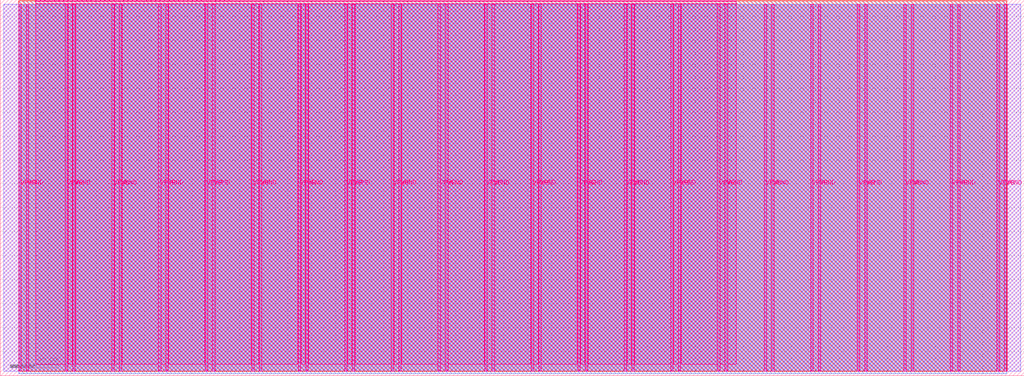
<source format=lef>
VERSION 5.7 ;
  NOWIREEXTENSIONATPIN ON ;
  DIVIDERCHAR "/" ;
  BUSBITCHARS "[]" ;
MACRO tt_um_neural_navigators
  CLASS BLOCK ;
  FOREIGN tt_um_neural_navigators ;
  ORIGIN 0.000 0.000 ;
  SIZE 854.400 BY 313.740 ;
  PIN VGND
    DIRECTION INOUT ;
    USE GROUND ;
    PORT
      LAYER Metal5 ;
        RECT 21.580 3.560 23.780 310.180 ;
    END
    PORT
      LAYER Metal5 ;
        RECT 60.450 3.560 62.650 310.180 ;
    END
    PORT
      LAYER Metal5 ;
        RECT 99.320 3.560 101.520 310.180 ;
    END
    PORT
      LAYER Metal5 ;
        RECT 138.190 3.560 140.390 310.180 ;
    END
    PORT
      LAYER Metal5 ;
        RECT 177.060 3.560 179.260 310.180 ;
    END
    PORT
      LAYER Metal5 ;
        RECT 215.930 3.560 218.130 310.180 ;
    END
    PORT
      LAYER Metal5 ;
        RECT 254.800 3.560 257.000 310.180 ;
    END
    PORT
      LAYER Metal5 ;
        RECT 293.670 3.560 295.870 310.180 ;
    END
    PORT
      LAYER Metal5 ;
        RECT 332.540 3.560 334.740 310.180 ;
    END
    PORT
      LAYER Metal5 ;
        RECT 371.410 3.560 373.610 310.180 ;
    END
    PORT
      LAYER Metal5 ;
        RECT 410.280 3.560 412.480 310.180 ;
    END
    PORT
      LAYER Metal5 ;
        RECT 449.150 3.560 451.350 310.180 ;
    END
    PORT
      LAYER Metal5 ;
        RECT 488.020 3.560 490.220 310.180 ;
    END
    PORT
      LAYER Metal5 ;
        RECT 526.890 3.560 529.090 310.180 ;
    END
    PORT
      LAYER Metal5 ;
        RECT 565.760 3.560 567.960 310.180 ;
    END
    PORT
      LAYER Metal5 ;
        RECT 604.630 3.560 606.830 310.180 ;
    END
    PORT
      LAYER Metal5 ;
        RECT 643.500 3.560 645.700 310.180 ;
    END
    PORT
      LAYER Metal5 ;
        RECT 682.370 3.560 684.570 310.180 ;
    END
    PORT
      LAYER Metal5 ;
        RECT 721.240 3.560 723.440 310.180 ;
    END
    PORT
      LAYER Metal5 ;
        RECT 760.110 3.560 762.310 310.180 ;
    END
    PORT
      LAYER Metal5 ;
        RECT 798.980 3.560 801.180 310.180 ;
    END
    PORT
      LAYER Metal5 ;
        RECT 837.850 3.560 840.050 310.180 ;
    END
  END VGND
  PIN VPWR
    DIRECTION INOUT ;
    USE POWER ;
    PORT
      LAYER Metal5 ;
        RECT 15.380 3.560 17.580 310.180 ;
    END
    PORT
      LAYER Metal5 ;
        RECT 54.250 3.560 56.450 310.180 ;
    END
    PORT
      LAYER Metal5 ;
        RECT 93.120 3.560 95.320 310.180 ;
    END
    PORT
      LAYER Metal5 ;
        RECT 131.990 3.560 134.190 310.180 ;
    END
    PORT
      LAYER Metal5 ;
        RECT 170.860 3.560 173.060 310.180 ;
    END
    PORT
      LAYER Metal5 ;
        RECT 209.730 3.560 211.930 310.180 ;
    END
    PORT
      LAYER Metal5 ;
        RECT 248.600 3.560 250.800 310.180 ;
    END
    PORT
      LAYER Metal5 ;
        RECT 287.470 3.560 289.670 310.180 ;
    END
    PORT
      LAYER Metal5 ;
        RECT 326.340 3.560 328.540 310.180 ;
    END
    PORT
      LAYER Metal5 ;
        RECT 365.210 3.560 367.410 310.180 ;
    END
    PORT
      LAYER Metal5 ;
        RECT 404.080 3.560 406.280 310.180 ;
    END
    PORT
      LAYER Metal5 ;
        RECT 442.950 3.560 445.150 310.180 ;
    END
    PORT
      LAYER Metal5 ;
        RECT 481.820 3.560 484.020 310.180 ;
    END
    PORT
      LAYER Metal5 ;
        RECT 520.690 3.560 522.890 310.180 ;
    END
    PORT
      LAYER Metal5 ;
        RECT 559.560 3.560 561.760 310.180 ;
    END
    PORT
      LAYER Metal5 ;
        RECT 598.430 3.560 600.630 310.180 ;
    END
    PORT
      LAYER Metal5 ;
        RECT 637.300 3.560 639.500 310.180 ;
    END
    PORT
      LAYER Metal5 ;
        RECT 676.170 3.560 678.370 310.180 ;
    END
    PORT
      LAYER Metal5 ;
        RECT 715.040 3.560 717.240 310.180 ;
    END
    PORT
      LAYER Metal5 ;
        RECT 753.910 3.560 756.110 310.180 ;
    END
    PORT
      LAYER Metal5 ;
        RECT 792.780 3.560 794.980 310.180 ;
    END
    PORT
      LAYER Metal5 ;
        RECT 831.650 3.560 833.850 310.180 ;
    END
  END VPWR
  PIN clk
    DIRECTION INPUT ;
    USE SIGNAL ;
    ANTENNAGATEAREA 7.727200 ;
    ANTENNADIFFAREA 24.184799 ;
    PORT
      LAYER Metal5 ;
        RECT 187.050 312.740 187.350 313.740 ;
    END
  END clk
  PIN ena
    DIRECTION INPUT ;
    USE SIGNAL ;
    PORT
      LAYER Metal5 ;
        RECT 190.890 312.740 191.190 313.740 ;
    END
  END ena
  PIN rst_n
    DIRECTION INPUT ;
    USE SIGNAL ;
    ANTENNAGATEAREA 0.938600 ;
    PORT
      LAYER Metal5 ;
        RECT 183.210 312.740 183.510 313.740 ;
    END
  END rst_n
  PIN ui_in[0]
    DIRECTION INPUT ;
    USE SIGNAL ;
    ANTENNAGATEAREA 0.314600 ;
    PORT
      LAYER Metal5 ;
        RECT 179.370 312.740 179.670 313.740 ;
    END
  END ui_in[0]
  PIN ui_in[1]
    DIRECTION INPUT ;
    USE SIGNAL ;
    ANTENNAGATEAREA 0.314600 ;
    PORT
      LAYER Metal5 ;
        RECT 175.530 312.740 175.830 313.740 ;
    END
  END ui_in[1]
  PIN ui_in[2]
    DIRECTION INPUT ;
    USE SIGNAL ;
    ANTENNAGATEAREA 0.314600 ;
    PORT
      LAYER Metal5 ;
        RECT 171.690 312.740 171.990 313.740 ;
    END
  END ui_in[2]
  PIN ui_in[3]
    DIRECTION INPUT ;
    USE SIGNAL ;
    ANTENNAGATEAREA 0.725400 ;
    PORT
      LAYER Metal5 ;
        RECT 167.850 312.740 168.150 313.740 ;
    END
  END ui_in[3]
  PIN ui_in[4]
    DIRECTION INPUT ;
    USE SIGNAL ;
    ANTENNAGATEAREA 0.725400 ;
    PORT
      LAYER Metal5 ;
        RECT 164.010 312.740 164.310 313.740 ;
    END
  END ui_in[4]
  PIN ui_in[5]
    DIRECTION INPUT ;
    USE SIGNAL ;
    ANTENNAGATEAREA 0.213200 ;
    PORT
      LAYER Metal5 ;
        RECT 160.170 312.740 160.470 313.740 ;
    END
  END ui_in[5]
  PIN ui_in[6]
    DIRECTION INPUT ;
    USE SIGNAL ;
    ANTENNAGATEAREA 0.213200 ;
    PORT
      LAYER Metal5 ;
        RECT 156.330 312.740 156.630 313.740 ;
    END
  END ui_in[6]
  PIN ui_in[7]
    DIRECTION INPUT ;
    USE SIGNAL ;
    ANTENNAGATEAREA 0.314600 ;
    PORT
      LAYER Metal5 ;
        RECT 152.490 312.740 152.790 313.740 ;
    END
  END ui_in[7]
  PIN uio_in[0]
    DIRECTION INPUT ;
    USE SIGNAL ;
    ANTENNAGATEAREA 0.213200 ;
    PORT
      LAYER Metal5 ;
        RECT 148.650 312.740 148.950 313.740 ;
    END
  END uio_in[0]
  PIN uio_in[1]
    DIRECTION INPUT ;
    USE SIGNAL ;
    ANTENNAGATEAREA 0.639600 ;
    PORT
      LAYER Metal5 ;
        RECT 144.810 312.740 145.110 313.740 ;
    END
  END uio_in[1]
  PIN uio_in[2]
    DIRECTION INPUT ;
    USE SIGNAL ;
    ANTENNAGATEAREA 0.639600 ;
    PORT
      LAYER Metal5 ;
        RECT 140.970 312.740 141.270 313.740 ;
    END
  END uio_in[2]
  PIN uio_in[3]
    DIRECTION INPUT ;
    USE SIGNAL ;
    ANTENNAGATEAREA 0.314600 ;
    PORT
      LAYER Metal5 ;
        RECT 137.130 312.740 137.430 313.740 ;
    END
  END uio_in[3]
  PIN uio_in[4]
    DIRECTION INPUT ;
    USE SIGNAL ;
    ANTENNAGATEAREA 0.314600 ;
    PORT
      LAYER Metal5 ;
        RECT 133.290 312.740 133.590 313.740 ;
    END
  END uio_in[4]
  PIN uio_in[5]
    DIRECTION INPUT ;
    USE SIGNAL ;
    ANTENNAGATEAREA 0.213200 ;
    PORT
      LAYER Metal5 ;
        RECT 129.450 312.740 129.750 313.740 ;
    END
  END uio_in[5]
  PIN uio_in[6]
    DIRECTION INPUT ;
    USE SIGNAL ;
    ANTENNAGATEAREA 2.038400 ;
    ANTENNADIFFAREA 6.046200 ;
    PORT
      LAYER Metal5 ;
        RECT 125.610 312.740 125.910 313.740 ;
    END
  END uio_in[6]
  PIN uio_in[7]
    DIRECTION INPUT ;
    USE SIGNAL ;
    ANTENNAGATEAREA 3.965000 ;
    ANTENNADIFFAREA 12.092400 ;
    PORT
      LAYER Metal5 ;
        RECT 121.770 312.740 122.070 313.740 ;
    END
  END uio_in[7]
  PIN uio_oe[0]
    DIRECTION OUTPUT ;
    USE SIGNAL ;
    ANTENNADIFFAREA 0.299200 ;
    PORT
      LAYER Metal5 ;
        RECT 56.490 312.740 56.790 313.740 ;
    END
  END uio_oe[0]
  PIN uio_oe[1]
    DIRECTION OUTPUT ;
    USE SIGNAL ;
    ANTENNADIFFAREA 0.299200 ;
    PORT
      LAYER Metal5 ;
        RECT 52.650 312.740 52.950 313.740 ;
    END
  END uio_oe[1]
  PIN uio_oe[2]
    DIRECTION OUTPUT ;
    USE SIGNAL ;
    ANTENNADIFFAREA 0.299200 ;
    PORT
      LAYER Metal5 ;
        RECT 48.810 312.740 49.110 313.740 ;
    END
  END uio_oe[2]
  PIN uio_oe[3]
    DIRECTION OUTPUT ;
    USE SIGNAL ;
    ANTENNADIFFAREA 0.299200 ;
    PORT
      LAYER Metal5 ;
        RECT 44.970 312.740 45.270 313.740 ;
    END
  END uio_oe[3]
  PIN uio_oe[4]
    DIRECTION OUTPUT ;
    USE SIGNAL ;
    ANTENNADIFFAREA 0.299200 ;
    PORT
      LAYER Metal5 ;
        RECT 41.130 312.740 41.430 313.740 ;
    END
  END uio_oe[4]
  PIN uio_oe[5]
    DIRECTION OUTPUT ;
    USE SIGNAL ;
    ANTENNADIFFAREA 0.299200 ;
    PORT
      LAYER Metal5 ;
        RECT 37.290 312.740 37.590 313.740 ;
    END
  END uio_oe[5]
  PIN uio_oe[6]
    DIRECTION OUTPUT ;
    USE SIGNAL ;
    ANTENNADIFFAREA 0.299200 ;
    PORT
      LAYER Metal5 ;
        RECT 33.450 312.740 33.750 313.740 ;
    END
  END uio_oe[6]
  PIN uio_oe[7]
    DIRECTION OUTPUT ;
    USE SIGNAL ;
    ANTENNADIFFAREA 0.299200 ;
    PORT
      LAYER Metal5 ;
        RECT 29.610 312.740 29.910 313.740 ;
    END
  END uio_oe[7]
  PIN uio_out[0]
    DIRECTION OUTPUT ;
    USE SIGNAL ;
    ANTENNADIFFAREA 0.299200 ;
    PORT
      LAYER Metal5 ;
        RECT 87.210 312.740 87.510 313.740 ;
    END
  END uio_out[0]
  PIN uio_out[1]
    DIRECTION OUTPUT ;
    USE SIGNAL ;
    ANTENNADIFFAREA 0.299200 ;
    PORT
      LAYER Metal5 ;
        RECT 83.370 312.740 83.670 313.740 ;
    END
  END uio_out[1]
  PIN uio_out[2]
    DIRECTION OUTPUT ;
    USE SIGNAL ;
    ANTENNADIFFAREA 0.299200 ;
    PORT
      LAYER Metal5 ;
        RECT 79.530 312.740 79.830 313.740 ;
    END
  END uio_out[2]
  PIN uio_out[3]
    DIRECTION OUTPUT ;
    USE SIGNAL ;
    ANTENNADIFFAREA 0.299200 ;
    PORT
      LAYER Metal5 ;
        RECT 75.690 312.740 75.990 313.740 ;
    END
  END uio_out[3]
  PIN uio_out[4]
    DIRECTION OUTPUT ;
    USE SIGNAL ;
    ANTENNADIFFAREA 0.299200 ;
    PORT
      LAYER Metal5 ;
        RECT 71.850 312.740 72.150 313.740 ;
    END
  END uio_out[4]
  PIN uio_out[5]
    DIRECTION OUTPUT ;
    USE SIGNAL ;
    ANTENNADIFFAREA 0.299200 ;
    PORT
      LAYER Metal5 ;
        RECT 68.010 312.740 68.310 313.740 ;
    END
  END uio_out[5]
  PIN uio_out[6]
    DIRECTION OUTPUT ;
    USE SIGNAL ;
    ANTENNADIFFAREA 0.299200 ;
    PORT
      LAYER Metal5 ;
        RECT 64.170 312.740 64.470 313.740 ;
    END
  END uio_out[6]
  PIN uio_out[7]
    DIRECTION OUTPUT ;
    USE SIGNAL ;
    ANTENNADIFFAREA 0.299200 ;
    PORT
      LAYER Metal5 ;
        RECT 60.330 312.740 60.630 313.740 ;
    END
  END uio_out[7]
  PIN uo_out[0]
    DIRECTION OUTPUT ;
    USE SIGNAL ;
    ANTENNAGATEAREA 0.109200 ;
    ANTENNADIFFAREA 0.632400 ;
    PORT
      LAYER Metal5 ;
        RECT 117.930 312.740 118.230 313.740 ;
    END
  END uo_out[0]
  PIN uo_out[1]
    DIRECTION OUTPUT ;
    USE SIGNAL ;
    ANTENNAGATEAREA 0.109200 ;
    ANTENNADIFFAREA 0.632400 ;
    PORT
      LAYER Metal5 ;
        RECT 114.090 312.740 114.390 313.740 ;
    END
  END uo_out[1]
  PIN uo_out[2]
    DIRECTION OUTPUT ;
    USE SIGNAL ;
    ANTENNAGATEAREA 0.109200 ;
    ANTENNADIFFAREA 0.632400 ;
    PORT
      LAYER Metal5 ;
        RECT 110.250 312.740 110.550 313.740 ;
    END
  END uo_out[2]
  PIN uo_out[3]
    DIRECTION OUTPUT ;
    USE SIGNAL ;
    ANTENNAGATEAREA 0.109200 ;
    ANTENNADIFFAREA 0.632400 ;
    PORT
      LAYER Metal5 ;
        RECT 106.410 312.740 106.710 313.740 ;
    END
  END uo_out[3]
  PIN uo_out[4]
    DIRECTION OUTPUT ;
    USE SIGNAL ;
    ANTENNAGATEAREA 0.109200 ;
    ANTENNADIFFAREA 0.632400 ;
    PORT
      LAYER Metal5 ;
        RECT 102.570 312.740 102.870 313.740 ;
    END
  END uo_out[4]
  PIN uo_out[5]
    DIRECTION OUTPUT ;
    USE SIGNAL ;
    ANTENNAGATEAREA 0.109200 ;
    ANTENNADIFFAREA 0.632400 ;
    PORT
      LAYER Metal5 ;
        RECT 98.730 312.740 99.030 313.740 ;
    END
  END uo_out[5]
  PIN uo_out[6]
    DIRECTION OUTPUT ;
    USE SIGNAL ;
    ANTENNAGATEAREA 0.109200 ;
    ANTENNADIFFAREA 0.632400 ;
    PORT
      LAYER Metal5 ;
        RECT 94.890 312.740 95.190 313.740 ;
    END
  END uo_out[6]
  PIN uo_out[7]
    DIRECTION OUTPUT ;
    USE SIGNAL ;
    ANTENNAGATEAREA 0.109200 ;
    ANTENNADIFFAREA 0.632400 ;
    PORT
      LAYER Metal5 ;
        RECT 91.050 312.740 91.350 313.740 ;
    END
  END uo_out[7]
  OBS
      LAYER GatPoly ;
        RECT 2.880 3.630 851.520 310.110 ;
      LAYER Metal1 ;
        RECT 2.880 3.560 851.520 310.180 ;
      LAYER Metal2 ;
        RECT 15.515 1.580 839.915 310.060 ;
      LAYER Metal3 ;
        RECT 15.560 1.535 839.870 313.045 ;
      LAYER Metal4 ;
        RECT 15.515 3.680 839.915 313.000 ;
      LAYER Metal5 ;
        RECT 30.120 312.530 33.240 312.740 ;
        RECT 33.960 312.530 37.080 312.740 ;
        RECT 37.800 312.530 40.920 312.740 ;
        RECT 41.640 312.530 44.760 312.740 ;
        RECT 45.480 312.530 48.600 312.740 ;
        RECT 49.320 312.530 52.440 312.740 ;
        RECT 53.160 312.530 56.280 312.740 ;
        RECT 57.000 312.530 60.120 312.740 ;
        RECT 60.840 312.530 63.960 312.740 ;
        RECT 64.680 312.530 67.800 312.740 ;
        RECT 68.520 312.530 71.640 312.740 ;
        RECT 72.360 312.530 75.480 312.740 ;
        RECT 76.200 312.530 79.320 312.740 ;
        RECT 80.040 312.530 83.160 312.740 ;
        RECT 83.880 312.530 87.000 312.740 ;
        RECT 87.720 312.530 90.840 312.740 ;
        RECT 91.560 312.530 94.680 312.740 ;
        RECT 95.400 312.530 98.520 312.740 ;
        RECT 99.240 312.530 102.360 312.740 ;
        RECT 103.080 312.530 106.200 312.740 ;
        RECT 106.920 312.530 110.040 312.740 ;
        RECT 110.760 312.530 113.880 312.740 ;
        RECT 114.600 312.530 117.720 312.740 ;
        RECT 118.440 312.530 121.560 312.740 ;
        RECT 122.280 312.530 125.400 312.740 ;
        RECT 126.120 312.530 129.240 312.740 ;
        RECT 129.960 312.530 133.080 312.740 ;
        RECT 133.800 312.530 136.920 312.740 ;
        RECT 137.640 312.530 140.760 312.740 ;
        RECT 141.480 312.530 144.600 312.740 ;
        RECT 145.320 312.530 148.440 312.740 ;
        RECT 149.160 312.530 152.280 312.740 ;
        RECT 153.000 312.530 156.120 312.740 ;
        RECT 156.840 312.530 159.960 312.740 ;
        RECT 160.680 312.530 163.800 312.740 ;
        RECT 164.520 312.530 167.640 312.740 ;
        RECT 168.360 312.530 171.480 312.740 ;
        RECT 172.200 312.530 175.320 312.740 ;
        RECT 176.040 312.530 179.160 312.740 ;
        RECT 179.880 312.530 183.000 312.740 ;
        RECT 183.720 312.530 186.840 312.740 ;
        RECT 187.560 312.530 190.680 312.740 ;
        RECT 191.400 312.530 614.020 312.740 ;
        RECT 29.660 310.390 614.020 312.530 ;
        RECT 29.660 9.515 54.040 310.390 ;
        RECT 56.660 9.515 60.240 310.390 ;
        RECT 62.860 9.515 92.910 310.390 ;
        RECT 95.530 9.515 99.110 310.390 ;
        RECT 101.730 9.515 131.780 310.390 ;
        RECT 134.400 9.515 137.980 310.390 ;
        RECT 140.600 9.515 170.650 310.390 ;
        RECT 173.270 9.515 176.850 310.390 ;
        RECT 179.470 9.515 209.520 310.390 ;
        RECT 212.140 9.515 215.720 310.390 ;
        RECT 218.340 9.515 248.390 310.390 ;
        RECT 251.010 9.515 254.590 310.390 ;
        RECT 257.210 9.515 287.260 310.390 ;
        RECT 289.880 9.515 293.460 310.390 ;
        RECT 296.080 9.515 326.130 310.390 ;
        RECT 328.750 9.515 332.330 310.390 ;
        RECT 334.950 9.515 365.000 310.390 ;
        RECT 367.620 9.515 371.200 310.390 ;
        RECT 373.820 9.515 403.870 310.390 ;
        RECT 406.490 9.515 410.070 310.390 ;
        RECT 412.690 9.515 442.740 310.390 ;
        RECT 445.360 9.515 448.940 310.390 ;
        RECT 451.560 9.515 481.610 310.390 ;
        RECT 484.230 9.515 487.810 310.390 ;
        RECT 490.430 9.515 520.480 310.390 ;
        RECT 523.100 9.515 526.680 310.390 ;
        RECT 529.300 9.515 559.350 310.390 ;
        RECT 561.970 9.515 565.550 310.390 ;
        RECT 568.170 9.515 598.220 310.390 ;
        RECT 600.840 9.515 604.420 310.390 ;
        RECT 607.040 9.515 614.020 310.390 ;
  END
END tt_um_neural_navigators
END LIBRARY


</source>
